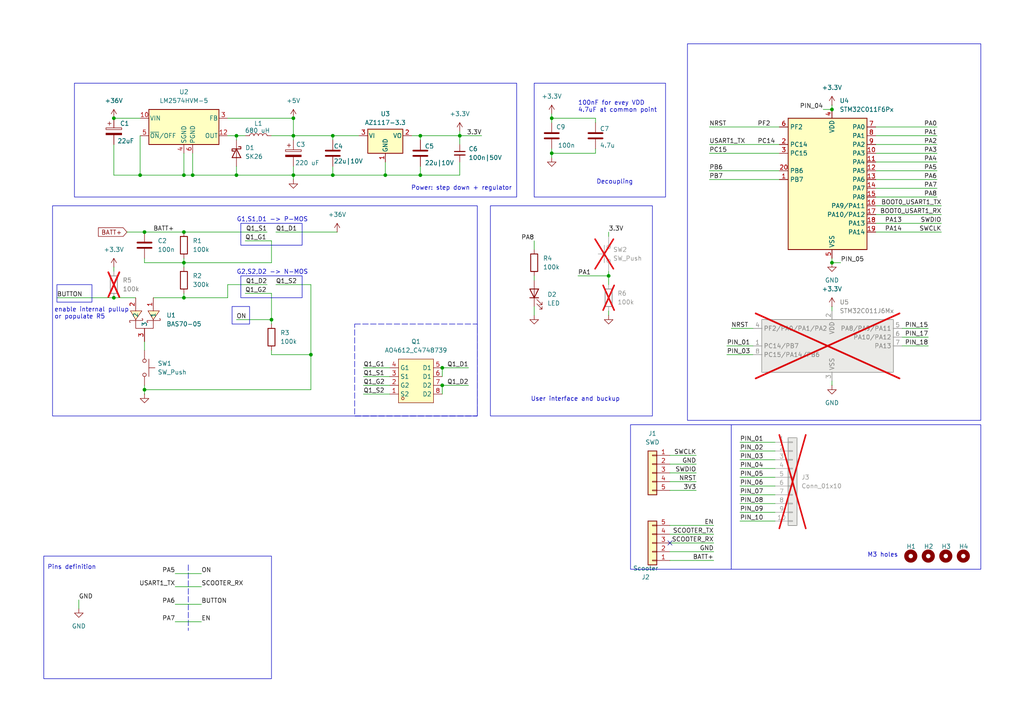
<source format=kicad_sch>
(kicad_sch (version 20250114) (generator "eeschema") (generator_version "9.0")
  (paper "A4")
  (lib_symbols
    (symbol "Connector_Generic:Conn_01x05" (pin_names (offset 1.016) (hide yes))
      (property "Reference" "J" (at 0 7.62 0))
      (property "Value" "Conn_01x05" (at 0 -7.62 0))
      (symbol "Conn_01x05_1_1"
        (rectangle (start -1.27 6.35) (end 1.27 -6.35) (stroke (width 0.254)) (fill (type background)))
        (rectangle (start -1.27 5.207) (end 0 4.953) (stroke (width 0.1524)))
        (rectangle (start -1.27 2.667) (end 0 2.413) (stroke (width 0.1524)))
        (rectangle (start -1.27 0.127) (end 0 -0.127) (stroke (width 0.1524)))
        (rectangle (start -1.27 -2.413) (end 0 -2.667) (stroke (width 0.1524)))
        (rectangle (start -1.27 -4.953) (end 0 -5.207) (stroke (width 0.1524)))
        (pin passive line (at -5.08 5.08 0) (length 3.81) (name "Pin_1") (number "1"))
        (pin passive line (at -5.08 2.54 0) (length 3.81) (name "Pin_2") (number "2"))
        (pin passive line (at -5.08 0 0) (length 3.81) (name "Pin_3") (number "3"))
        (pin passive line (at -5.08 -2.54 0) (length 3.81) (name "Pin_4") (number "4"))
        (pin passive line (at -5.08 -5.08 0) (length 3.81) (name "Pin_5") (number "5"))
      )
    )
    (symbol "Connector_Generic:Conn_01x10" (pin_names (offset 1.016) (hide yes))
      (property "Reference" "J" (at 0 12.7 0))
      (property "Value" "Conn_01x10" (at 0 -15.24 0))
      (symbol "Conn_01x10_1_1"
        (rectangle (start -1.27 11.43) (end 1.27 -13.97) (stroke (width 0.254)) (fill (type background)))
        (rectangle (start -1.27 10.287) (end 0 10.033) (stroke (width 0.1524)))
        (rectangle (start -1.27 7.747) (end 0 7.493) (stroke (width 0.1524)))
        (rectangle (start -1.27 5.207) (end 0 4.953) (stroke (width 0.1524)))
        (rectangle (start -1.27 2.667) (end 0 2.413) (stroke (width 0.1524)))
        (rectangle (start -1.27 0.127) (end 0 -0.127) (stroke (width 0.1524)))
        (rectangle (start -1.27 -2.413) (end 0 -2.667) (stroke (width 0.1524)))
        (rectangle (start -1.27 -4.953) (end 0 -5.207) (stroke (width 0.1524)))
        (rectangle (start -1.27 -7.493) (end 0 -7.747) (stroke (width 0.1524)))
        (rectangle (start -1.27 -10.033) (end 0 -10.287) (stroke (width 0.1524)))
        (rectangle (start -1.27 -12.573) (end 0 -12.827) (stroke (width 0.1524)))
        (pin passive line (at -5.08 10.16 0) (length 3.81) (name "Pin_1") (number "1"))
        (pin passive line (at -5.08 7.62 0) (length 3.81) (name "Pin_2") (number "2"))
        (pin passive line (at -5.08 5.08 0) (length 3.81) (name "Pin_3") (number "3"))
        (pin passive line (at -5.08 2.54 0) (length 3.81) (name "Pin_4") (number "4"))
        (pin passive line (at -5.08 0 0) (length 3.81) (name "Pin_5") (number "5"))
        (pin passive line (at -5.08 -2.54 0) (length 3.81) (name "Pin_6") (number "6"))
        (pin passive line (at -5.08 -5.08 0) (length 3.81) (name "Pin_7") (number "7"))
        (pin passive line (at -5.08 -7.62 0) (length 3.81) (name "Pin_8") (number "8"))
        (pin passive line (at -5.08 -10.16 0) (length 3.81) (name "Pin_9") (number "9"))
        (pin passive line (at -5.08 -12.7 0) (length 3.81) (name "Pin_10") (number "10"))
      )
    )
    (symbol "Device:C" (pin_numbers (hide yes)) (pin_names (offset 0.254))
      (property "Reference" "C" (at 0.635 2.54 0))
      (property "Value" "C" (at 0.635 -2.54 0))
      (symbol "C_0_1"
        (polyline (pts (xy -2.032 0.762) (xy 2.032 0.762)) (stroke (width 0.508)))
        (polyline (pts (xy -2.032 -0.762) (xy 2.032 -0.762)) (stroke (width 0.508)))
      )
      (symbol "C_1_1"
        (pin passive line (at 0 3.81 270) (length 2.794) (name "~") (number "1"))
        (pin passive line (at 0 -3.81 90) (length 2.794) (name "~") (number "2"))
      )
    )
    (symbol "Device:C_Polarized" (pin_numbers (hide yes)) (pin_names (offset 0.254))
      (property "Reference" "C" (at 0.635 2.54 0))
      (property "Value" "C_Polarized" (at 0.635 -2.54 0))
      (symbol "C_Polarized_0_1"
        (rectangle (start -2.286 0.508) (end 2.286 1.016))
        (polyline (pts (xy -1.778 2.286) (xy -0.762 2.286)))
        (polyline (pts (xy -1.27 2.794) (xy -1.27 1.778)))
        (rectangle (start 2.286 -0.508) (end -2.286 -1.016) (fill (type outline)))
      )
      (symbol "C_Polarized_1_1"
        (pin passive line (at 0 3.81 270) (length 2.794) (name "~") (number "1"))
        (pin passive line (at 0 -3.81 90) (length 2.794) (name "~") (number "2"))
      )
    )
    (symbol "Device:C_Small" (pin_numbers (hide yes)) (pin_names (offset 0.254) (hide yes))
      (property "Reference" "C" (at 0.254 1.778 0))
      (property "Value" "C_Small" (at 0.254 -2.032 0))
      (symbol "C_Small_0_1"
        (polyline (pts (xy -1.524 0.508) (xy 1.524 0.508)) (stroke (width 0.3048)))
        (polyline (pts (xy -1.524 -0.508) (xy 1.524 -0.508)) (stroke (width 0.3302)))
      )
      (symbol "C_Small_1_1"
        (pin passive line (at 0 2.54 270) (length 2.032) (name "~") (number "1"))
        (pin passive line (at 0 -2.54 90) (length 2.032) (name "~") (number "2"))
      )
    )
    (symbol "Device:D_Schottky" (pin_numbers (hide yes)) (pin_names (offset 1.016) (hide yes))
      (property "Reference" "D" (at 0 2.54 0))
      (property "Value" "D_Schottky" (at 0 -2.54 0))
      (symbol "D_Schottky_0_1"
        (polyline (pts (xy -1.905 0.635) (xy -1.905 1.27) (xy -1.27 1.27) (xy -1.27 -1.27) (xy -0.635 -1.27) (xy -0.635 -0.635)) (stroke (width 0.254)))
        (polyline (pts (xy 1.27 1.27) (xy 1.27 -1.27) (xy -1.27 0) (xy 1.27 1.27)) (stroke (width 0.254)))
        (polyline (pts (xy 1.27 0) (xy -1.27 0)))
      )
      (symbol "D_Schottky_1_1"
        (pin passive line (at -3.81 0 0) (length 2.54) (name "K") (number "1"))
        (pin passive line (at 3.81 0 180) (length 2.54) (name "A") (number "2"))
      )
    )
    (symbol "Device:L" (pin_numbers (hide yes)) (pin_names (offset 1.016) (hide yes))
      (property "Reference" "L" (at -1.27 0 90))
      (property "Value" "L" (at 1.905 0 90))
      (symbol "L_0_1"
        (arc (start 0 2.54) (mid 0.6323 1.905) (end 0 1.27))
        (arc (start 0 1.27) (mid 0.6323 0.635) (end 0 0))
        (arc (start 0 0) (mid 0.6323 -0.635) (end 0 -1.27))
        (arc (start 0 -1.27) (mid 0.6323 -1.905) (end 0 -2.54))
      )
      (symbol "L_1_1"
        (pin passive line (at 0 3.81 270) (length 1.27) (name "1") (number "1"))
        (pin passive line (at 0 -3.81 90) (length 1.27) (name "2") (number "2"))
      )
    )
    (symbol "Device:LED" (pin_numbers (hide yes)) (pin_names (offset 1.016) (hide yes))
      (property "Reference" "D" (at 0 2.54 0))
      (property "Value" "LED" (at 0 -2.54 0))
      (symbol "LED_0_1"
        (polyline (pts (xy -3.048 -0.762) (xy -4.572 -2.286) (xy -3.81 -2.286) (xy -4.572 -2.286) (xy -4.572 -1.524)))
        (polyline (pts (xy -1.778 -0.762) (xy -3.302 -2.286) (xy -2.54 -2.286) (xy -3.302 -2.286) (xy -3.302 -1.524)))
        (polyline (pts (xy -1.27 0) (xy 1.27 0)))
        (polyline (pts (xy -1.27 -1.27) (xy -1.27 1.27)) (stroke (width 0.254)))
        (polyline (pts (xy 1.27 -1.27) (xy 1.27 1.27) (xy -1.27 0) (xy 1.27 -1.27)) (stroke (width 0.254)))
      )
      (symbol "LED_1_1"
        (pin passive line (at -3.81 0 0) (length 2.54) (name "K") (number "1"))
        (pin passive line (at 3.81 0 180) (length 2.54) (name "A") (number "2"))
      )
    )
    (symbol "Device:R" (pin_numbers (hide yes)) (pin_names (offset 0))
      (property "Reference" "R" (at 2.032 0 90))
      (property "Value" "R" (at 0 0 90))
      (symbol "R_0_1"
        (rectangle (start -1.016 -2.54) (end 1.016 2.54) (stroke (width 0.254)))
      )
      (symbol "R_1_1"
        (pin passive line (at 0 3.81 270) (length 1.27) (name "~") (number "1"))
        (pin passive line (at 0 -3.81 90) (length 1.27) (name "~") (number "2"))
      )
    )
    (symbol "MCU_ST_STM32C0:STM32C011F6Px"
      (property "Reference" "U" (at -10.16 21.59 0))
      (property "Value" "STM32C011F6Px" (at 5.08 21.59 0))
      (symbol "STM32C011F6Px_0_1"
        (rectangle (start -10.16 -17.78) (end 12.7 20.32) (stroke (width 0.254)) (fill (type background)))
      )
      (symbol "STM32C011F6Px_1_1"
        (pin bidirectional line (at -12.7 17.78 0) (length 2.54) (name "PF2") (number "6"))
        (pin bidirectional line (at -12.7 12.7 0) (length 2.54) (name "PC14") (number "2"))
        (pin bidirectional line (at -12.7 10.16 0) (length 2.54) (name "PC15") (number "3"))
        (pin bidirectional line (at -12.7 5.08 0) (length 2.54) (name "PB6") (number "20"))
        (pin bidirectional line (at -12.7 2.54 0) (length 2.54) (name "PB7") (number "1"))
        (pin power_in line (at 2.54 22.86 270) (length 2.54) (name "VDD") (number "4"))
        (pin power_in line (at 2.54 -20.32 90) (length 2.54) (name "VSS") (number "5"))
        (pin bidirectional line (at 15.24 17.78 180) (length 2.54) (name "PA0") (number "7"))
        (pin bidirectional line (at 15.24 15.24 180) (length 2.54) (name "PA1") (number "8"))
        (pin bidirectional line (at 15.24 12.7 180) (length 2.54) (name "PA2") (number "9"))
        (pin bidirectional line (at 15.24 10.16 180) (length 2.54) (name "PA3") (number "10"))
        (pin bidirectional line (at 15.24 7.62 180) (length 2.54) (name "PA4") (number "11"))
        (pin bidirectional line (at 15.24 5.08 180) (length 2.54) (name "PA5") (number "12"))
        (pin bidirectional line (at 15.24 2.54 180) (length 2.54) (name "PA6") (number "13"))
        (pin bidirectional line (at 15.24 0 180) (length 2.54) (name "PA7") (number "14"))
        (pin bidirectional line (at 15.24 -2.54 180) (length 2.54) (name "PA8") (number "15"))
        (pin bidirectional line (at 15.24 -5.08 180) (length 2.54) (name "PA9/PA11") (number "16"))
        (pin bidirectional line (at 15.24 -7.62 180) (length 2.54) (name "PA10/PA12") (number "17"))
        (pin bidirectional line (at 15.24 -10.16 180) (length 2.54) (name "PA13") (number "18"))
        (pin bidirectional line (at 15.24 -12.7 180) (length 2.54) (name "PA14") (number "19"))
      )
    )
    (symbol "MCU_ST_STM32C0:STM32C011J6Mx"
      (property "Reference" "U" (at -17.78 8.89 0))
      (property "Value" "STM32C011J6Mx" (at 5.08 8.89 0))
      (symbol "STM32C011J6Mx_0_1"
        (rectangle (start -17.78 -7.62) (end 20.32 7.62) (stroke (width 0.254)) (fill (type background)))
      )
      (symbol "STM32C011J6Mx_1_1"
        (pin bidirectional line (at -20.32 5.08 0) (length 2.54) (name "PF2/PA0/PA1/PA2") (number "4"))
        (pin bidirectional line (at -20.32 0 0) (length 2.54) (name "PC14/PB7") (number "1"))
        (pin bidirectional line (at -20.32 -2.54 0) (length 2.54) (name "PC15/PA14/PB6") (number "8"))
        (pin power_in line (at 2.54 10.16 270) (length 2.54) (name "VDD") (number "2"))
        (pin power_in line (at 2.54 -10.16 90) (length 2.54) (name "VSS") (number "3"))
        (pin bidirectional line (at 22.86 5.08 180) (length 2.54) (name "PA8/PA9/PA11") (number "5"))
        (pin bidirectional line (at 22.86 2.54 180) (length 2.54) (name "PA10/PA12") (number "6"))
        (pin bidirectional line (at 22.86 0 180) (length 2.54) (name "PA13") (number "7"))
      )
    )
    (symbol "Mechanical:MountingHole" (pin_names (offset 1.016)) (exclude_from_sim yes) (in_bom no)
      (property "Reference" "H" (at 0 5.08 0))
      (property "Value" "MountingHole" (at 0 3.175 0))
      (symbol "MountingHole_0_1"
        (circle (center 0 0) (radius 1.27) (stroke (width 1.27)))
      )
    )
    (symbol "Regulator_Linear:AZ1117-3.3" (pin_names (offset 0.254))
      (property "Reference" "U" (at -3.81 3.175 0))
      (property "Value" "AZ1117-3.3" (at 0 3.175 0))
      (symbol "AZ1117-3.3_0_1"
        (rectangle (start -5.08 1.905) (end 5.08 -5.08) (stroke (width 0.254)) (fill (type background)))
      )
      (symbol "AZ1117-3.3_1_1"
        (pin power_in line (at -7.62 0 0) (length 2.54) (name "VI") (number "3"))
        (pin power_in line (at 0 -7.62 90) (length 2.54) (name "GND") (number "1"))
        (pin power_out line (at 7.62 0 180) (length 2.54) (name "VO") (number "2"))
      )
    )
    (symbol "Regulator_Switching:LM2574HVM-5" (pin_names (offset 0.254))
      (property "Reference" "U" (at -10.16 6.35 0))
      (property "Value" "LM2574HVM-5" (at -5.08 6.35 0))
      (symbol "LM2574HVM-5_0_1"
        (rectangle (start -10.16 5.08) (end 10.16 -5.08) (stroke (width 0.254)) (fill (type background)))
      )
      (symbol "LM2574HVM-5_1_1"
        (pin power_in line (at -12.7 2.54 0) (length 2.54) (name "VIN") (number "10"))
        (pin input line (at -12.7 -2.54 0) (length 2.54) (name "~{ON}/OFF") (number "5"))
        (pin power_in line (at 0 -7.62 90) (length 2.54) (name "SGND") (number "4"))
        (pin power_in line (at 2.54 -7.62 90) (length 2.54) (name "PGND") (number "6"))
        (pin input line (at 12.7 2.54 180) (length 2.54) (name "FB") (number "3"))
        (pin output line (at 12.7 -2.54 180) (length 2.54) (name "OUT") (number "12"))
      )
    )
    (symbol "Switch:SW_Push" (pin_numbers (hide yes)) (pin_names (offset 1.016) (hide yes))
      (property "Reference" "SW" (at 1.27 2.54 0))
      (property "Value" "SW_Push" (at 0 -1.524 0))
      (symbol "SW_Push_0_1"
        (circle (center -2.032 0) (radius 0.508))
        (polyline (pts (xy 0 1.27) (xy 0 3.048)))
        (circle (center 2.032 0) (radius 0.508))
        (polyline (pts (xy 2.54 1.27) (xy -2.54 1.27)))
        (pin passive line (at -5.08 0 0) (length 2.54) (name "1") (number "1"))
        (pin passive line (at 5.08 0 180) (length 2.54) (name "2") (number "2"))
      )
    )
    (symbol "easyeda2kicad:AO4612_C4748739"
      (property "Reference" "Q" (at 0 10.16 0))
      (property "Value" "AO4612_C4748739" (at 0 -7.62 0))
      (symbol "AO4612_C4748739_0_1"
        (rectangle (start -5.08 7.62) (end 5.08 -5.08) (fill (type background)))
        (circle (center -3.81 6.35) (radius 0.38))
        (pin unspecified line (at -7.62 5.08 0) (length 2.54) (name "S2") (number "1"))
        (pin unspecified line (at -7.62 2.54 0) (length 2.54) (name "G2") (number "2"))
        (pin unspecified line (at -7.62 0 0) (length 2.54) (name "S1") (number "3"))
        (pin unspecified line (at -7.62 -2.54 0) (length 2.54) (name "G1") (number "4"))
        (pin unspecified line (at 7.62 5.08 180) (length 2.54) (name "D2") (number "8"))
        (pin unspecified line (at 7.62 2.54 180) (length 2.54) (name "D2") (number "7"))
        (pin unspecified line (at 7.62 0 180) (length 2.54) (name "D1") (number "6"))
        (pin unspecified line (at 7.62 -2.54 180) (length 2.54) (name "D1") (number "5"))
      )
    )
    (symbol "easyeda2kicad:BAS70-05_C7461133"
      (property "Reference" "U" (at 0 10.16 0))
      (property "Value" "BAS70-05_C7461133" (at 0 -12.7 0))
      (symbol "BAS70-05_C7461133_0_1"
        (polyline (pts (xy -1.02 -0.51) (xy -0.76 -0.51) (xy -0.76 -1.02) (xy -4.57 -1.02) (xy -4.57 -1.52) (xy -4.32 -1.52)))
        (polyline (pts (xy -1.02 -3.81) (xy -2.54 -1.27) (xy -4.32 -3.81) (xy -1.02 -3.81)) (fill (type background)))
        (polyline (pts (xy 2.54 -1.27) (xy 2.54 1.27) (xy -2.54 1.27) (xy -2.54 -1.27)))
        (polyline (pts (xy 4.06 -0.51) (xy 4.32 -0.51) (xy 4.32 -1.02) (xy 0.51 -1.02) (xy 0.51 -1.52) (xy 0.76 -1.52)))
        (polyline (pts (xy 4.06 -3.81) (xy 2.54 -1.27) (xy 0.76 -3.81) (xy 4.06 -3.81)) (fill (type background)))
        (pin unspecified line (at -2.54 -7.62 90) (length 3.81) (name "1") (number "1"))
        (pin unspecified line (at 0 5.08 270) (length 3.81) (name "3") (number "3"))
        (pin unspecified line (at 2.54 -7.62 90) (length 3.81) (name "2") (number "2"))
      )
    )
    (symbol "power:+3.3V" (power) (pin_numbers (hide yes)) (pin_names (offset 0) (hide yes))
      (property "Value" "+3.3V" (at 0 3.556 0))
      (symbol "+3.3V_0_1"
        (polyline (pts (xy -0.762 1.27) (xy 0 2.54)))
        (polyline (pts (xy 0 2.54) (xy 0.762 1.27)))
        (polyline (pts (xy 0 0) (xy 0 2.54)))
      )
      (symbol "+3.3V_1_1"
        (pin power_in line (at 0 0 90) (length 0) (name "~") (number "1"))
      )
    )
    (symbol "power:+36V" (power) (pin_numbers (hide yes)) (pin_names (offset 0) (hide yes))
      (property "Value" "+36V" (at 0 3.556 0))
      (symbol "+36V_0_1"
        (polyline (pts (xy -0.762 1.27) (xy 0 2.54)))
        (polyline (pts (xy 0 2.54) (xy 0.762 1.27)))
        (polyline (pts (xy 0 0) (xy 0 2.54)))
      )
      (symbol "+36V_1_1"
        (pin power_in line (at 0 0 90) (length 0) (name "~") (number "1"))
      )
    )
    (symbol "power:+5V" (power) (pin_numbers (hide yes)) (pin_names (offset 0) (hide yes))
      (property "Value" "+5V" (at 0 3.556 0))
      (symbol "+5V_0_1"
        (polyline (pts (xy -0.762 1.27) (xy 0 2.54)))
        (polyline (pts (xy 0 2.54) (xy 0.762 1.27)))
        (polyline (pts (xy 0 0) (xy 0 2.54)))
      )
      (symbol "+5V_1_1"
        (pin power_in line (at 0 0 90) (length 0) (name "~") (number "1"))
      )
    )
    (symbol "power:GND" (power) (pin_numbers (hide yes)) (pin_names (offset 0) (hide yes))
      (property "Value" "GND" (at 0 -3.81 0))
      (symbol "GND_0_1"
        (polyline (pts (xy 0 0) (xy 0 -1.27) (xy 1.27 -1.27) (xy 0 -2.54) (xy -1.27 -1.27) (xy 0 -1.27)))
      )
      (symbol "GND_1_1"
        (pin power_in line (at 0 0 270) (length 0) (name "~") (number "1"))
      )
    )
  )
  (rectangle (start 142.24 59.69) (end 189.23 120.65))
  (rectangle (start 12.7 161.29) (end 78.74 196.85))
  (rectangle (start 154.94 24.13) (end 193.04 57.15))
  (rectangle (start 69.85 64.77) (end 87.63 71.12))
  (rectangle (start 16.51 82.55) (end 26.67 87.63))
  (rectangle (start 15.24 59.69) (end 138.43 120.65))
  (rectangle (start 21.59 24.13) (end 149.86 57.15))
  (rectangle (start 199.39 12.7) (end 284.48 121.92))
  (rectangle (start 102.87 93.98) (end 138.43 120.65) (stroke (width 0) (type dash)))
  (rectangle (start 67.31 88.9) (end 72.39 93.98))
  (rectangle (start 182.88 123.19) (end 284.48 165.1))
  (rectangle (start 69.85 80.01) (end 87.63 86.36))
  (text "G2,S2,D2 -> N-MOS" (at 78.994 78.994 0) (effects (font (size 1.27 1.27))))
  (text "100nF for evey VDD\n4.7uF at common point" (at 167.64 30.988 0) (effects (font (size 1.27 1.27)) (justify left)))
  (text "M3 holes" (at 256.032 161.036 0) (effects (font (size 1.27 1.27))))
  (text "Pins definition" (at 20.828 164.592 0) (effects (font (size 1.27 1.27))))
  (text "Decoupling" (at 178.308 52.832 0) (effects (font (size 1.27 1.27))))
  (text "G1,S1,D1 -> P-MOS" (at 78.994 63.754 0) (effects (font (size 1.27 1.27))))
  (text "User interface and buckup" (at 153.924 115.824 0) (effects (font (size 1.27 1.27)) (justify left)))
  (text "Power: step down + regulator" (at 133.858 54.61 0) (effects (font (size 1.27 1.27))))
  (text "enable internal pullup\nor populate R5" (at 15.748 90.932 0) (effects (font (size 1.27 1.27)) (justify left)))
  (junction (at 241.3 31.75))
  (junction (at 68.58 50.8))
  (junction (at 41.91 113.03))
  (junction (at 111.76 50.8))
  (junction (at 85.09 50.8))
  (junction (at 85.09 39.37))
  (junction (at 40.64 50.8))
  (junction (at 121.92 39.37))
  (junction (at 128.27 106.68))
  (junction (at 33.02 86.36))
  (junction (at 53.34 86.36))
  (junction (at 241.3 76.2))
  (junction (at 96.52 39.37))
  (junction (at 53.34 76.2))
  (junction (at 53.34 67.31))
  (junction (at 68.58 39.37))
  (junction (at 133.35 39.37))
  (junction (at 160.02 44.45))
  (junction (at 33.02 34.29))
  (junction (at 78.74 92.71))
  (junction (at 96.52 50.8))
  (junction (at 55.88 50.8))
  (junction (at 85.09 34.29))
  (junction (at 41.91 67.31))
  (junction (at 128.27 111.76))
  (junction (at 90.17 102.87))
  (junction (at 176.53 80.01))
  (junction (at 160.02 34.29))
  (junction (at 53.34 50.8))
  (junction (at 121.92 50.8))
  (no_connect (at 194.31 157.48))
  (wire (pts (xy 50.8 175.26) (xy 58.42 175.26)))
  (wire (pts (xy 176.53 80.01) (xy 176.53 82.55)))
  (wire (pts (xy 160.02 34.29) (xy 160.02 35.56)))
  (wire (pts (xy 238.76 31.75) (xy 241.3 31.75)))
  (wire (pts (xy 41.91 67.31) (xy 53.34 67.31)))
  (wire (pts (xy 194.31 132.08) (xy 201.93 132.08)))
  (wire (pts (xy 128.27 111.76) (xy 135.89 111.76)))
  (wire (pts (xy 105.41 114.3) (xy 113.03 114.3)))
  (wire (pts (xy 241.3 30.48) (xy 241.3 31.75)))
  (wire (pts (xy 254 46.99) (xy 271.78 46.99)))
  (wire (pts (xy 78.74 69.85) (xy 78.74 76.2)))
  (wire (pts (xy 254 39.37) (xy 271.78 39.37)))
  (wire (pts (xy 66.04 82.55) (xy 66.04 86.36)))
  (wire (pts (xy 85.09 40.64) (xy 85.09 39.37)))
  (wire (pts (xy 68.58 92.71) (xy 78.74 92.71)))
  (wire (pts (xy 241.3 74.93) (xy 241.3 76.2)))
  (wire (pts (xy 90.17 102.87) (xy 90.17 113.03)))
  (wire (pts (xy 128.27 111.76) (xy 128.27 114.3)))
  (wire (pts (xy 41.91 113.03) (xy 41.91 114.3)))
  (wire (pts (xy 212.09 95.25) (xy 218.44 95.25)))
  (wire (pts (xy 254 67.31) (xy 273.05 67.31)))
  (wire (pts (xy 160.02 33.02) (xy 160.02 34.29)))
  (wire (pts (xy 194.31 162.56) (xy 207.01 162.56)))
  (wire (pts (xy 96.52 50.8) (xy 85.09 50.8)))
  (wire (pts (xy 214.63 128.27) (xy 224.79 128.27)))
  (wire (pts (xy 254 44.45) (xy 271.78 44.45)))
  (wire (pts (xy 254 64.77) (xy 273.05 64.77)))
  (wire (pts (xy 214.63 130.81) (xy 224.79 130.81)))
  (wire (pts (xy 90.17 82.55) (xy 80.01 82.55)))
  (wire (pts (xy 68.58 39.37) (xy 71.12 39.37)))
  (wire (pts (xy 205.74 36.83) (xy 226.06 36.83)))
  (wire (pts (xy 254 57.15) (xy 271.78 57.15)))
  (wire (pts (xy 121.92 48.26) (xy 121.92 50.8)))
  (wire (pts (xy 254 59.69) (xy 273.05 59.69)))
  (wire (pts (xy 121.92 39.37) (xy 121.92 40.64)))
  (wire (pts (xy 85.09 50.8) (xy 68.58 50.8)))
  (wire (pts (xy 41.91 76.2) (xy 53.34 76.2)))
  (wire (pts (xy 224.79 146.05) (xy 214.63 146.05)))
  (wire (pts (xy 66.04 34.29) (xy 85.09 34.29)))
  (wire (pts (xy 78.74 39.37) (xy 85.09 39.37)))
  (wire (pts (xy 176.53 78.74) (xy 176.53 80.01)))
  (wire (pts (xy 50.8 180.34) (xy 58.42 180.34)))
  (wire (pts (xy 194.31 154.94) (xy 207.01 154.94)))
  (wire (pts (xy 71.12 85.09) (xy 78.74 85.09)))
  (wire (pts (xy 96.52 39.37) (xy 104.14 39.37)))
  (wire (pts (xy 205.74 52.07) (xy 226.06 52.07)))
  (wire (pts (xy 254 41.91) (xy 271.78 41.91)))
  (wire (pts (xy 96.52 39.37) (xy 96.52 40.64)))
  (wire (pts (xy 119.38 39.37) (xy 121.92 39.37)))
  (wire (pts (xy 121.92 50.8) (xy 133.35 50.8)))
  (wire (pts (xy 176.53 67.31) (xy 176.53 68.58)))
  (wire (pts (xy 33.02 50.8) (xy 40.64 50.8)))
  (wire (pts (xy 85.09 39.37) (xy 96.52 39.37)))
  (wire (pts (xy 154.94 80.01) (xy 154.94 81.28)))
  (wire (pts (xy 85.09 34.29) (xy 85.09 39.37)))
  (wire (pts (xy 133.35 39.37) (xy 133.35 41.91)))
  (wire (pts (xy 194.31 152.4) (xy 207.01 152.4)))
  (wire (pts (xy 41.91 111.76) (xy 41.91 113.03)))
  (wire (pts (xy 40.64 50.8) (xy 53.34 50.8)))
  (wire (pts (xy 71.12 69.85) (xy 78.74 69.85)))
  (wire (pts (xy 105.41 111.76) (xy 113.03 111.76)))
  (wire (pts (xy 96.52 48.26) (xy 96.52 50.8)))
  (wire (pts (xy 214.63 138.43) (xy 224.79 138.43)))
  (wire (pts (xy 16.51 86.36) (xy 33.02 86.36)))
  (wire (pts (xy 128.27 106.68) (xy 128.27 109.22)))
  (wire (pts (xy 194.31 139.7) (xy 201.93 139.7)))
  (wire (pts (xy 261.62 100.33) (xy 269.24 100.33)))
  (wire (pts (xy 41.91 99.06) (xy 41.91 101.6)))
  (wire (pts (xy 133.35 46.99) (xy 133.35 50.8)))
  (wire (pts (xy 160.02 44.45) (xy 160.02 45.72)))
  (wire (pts (xy 53.34 67.31) (xy 77.47 67.31)))
  (wire (pts (xy 53.34 76.2) (xy 53.34 77.47)))
  (wire (pts (xy 214.63 140.97) (xy 224.79 140.97)))
  (wire (pts (xy 167.64 80.01) (xy 176.53 80.01)))
  (wire (pts (xy 78.74 76.2) (xy 53.34 76.2)))
  (wire (pts (xy 41.91 113.03) (xy 90.17 113.03)))
  (wire (pts (xy 55.88 50.8) (xy 68.58 50.8)))
  (wire (pts (xy 205.74 41.91) (xy 226.06 41.91)))
  (wire (pts (xy 224.79 148.59) (xy 214.63 148.59)))
  (wire (pts (xy 85.09 52.07) (xy 85.09 50.8)))
  (wire (pts (xy 121.92 39.37) (xy 133.35 39.37)))
  (wire (pts (xy 241.3 88.9) (xy 241.3 90.17)))
  (wire (pts (xy 128.27 106.68) (xy 135.89 106.68)))
  (wire (pts (xy 111.76 46.99) (xy 111.76 50.8)))
  (wire (pts (xy 254 49.53) (xy 271.78 49.53)))
  (wire (pts (xy 53.34 50.8) (xy 55.88 50.8)))
  (wire (pts (xy 261.62 95.25) (xy 269.24 95.25)))
  (wire (pts (xy 36.83 67.31) (xy 41.91 67.31)))
  (wire (pts (xy 78.74 101.6) (xy 78.74 102.87)))
  (wire (pts (xy 96.52 50.8) (xy 111.76 50.8)))
  (wire (pts (xy 133.35 39.37) (xy 139.7 39.37)))
  (wire (pts (xy 254 52.07) (xy 271.78 52.07)))
  (wire (pts (xy 154.94 88.9) (xy 154.94 91.44)))
  (wire (pts (xy 194.31 157.48) (xy 207.01 157.48)))
  (wire (pts (xy 172.72 43.18) (xy 172.72 44.45)))
  (wire (pts (xy 50.8 166.37) (xy 58.42 166.37)))
  (wire (pts (xy 176.53 90.17) (xy 176.53 91.44)))
  (wire (pts (xy 241.3 110.49) (xy 241.3 111.76)))
  (wire (pts (xy 55.88 44.45) (xy 55.88 50.8)))
  (wire (pts (xy 261.62 97.79) (xy 269.24 97.79)))
  (wire (pts (xy 133.35 38.1) (xy 133.35 39.37)))
  (wire (pts (xy 40.64 39.37) (xy 40.64 50.8)))
  (wire (pts (xy 214.63 133.35) (xy 224.79 133.35)))
  (wire (pts (xy 194.31 142.24) (xy 201.93 142.24)))
  (wire (pts (xy 254 36.83) (xy 271.78 36.83)))
  (wire (pts (xy 205.74 49.53) (xy 226.06 49.53)))
  (wire (pts (xy 224.79 143.51) (xy 214.63 143.51)))
  (wire (pts (xy 210.82 100.33) (xy 218.44 100.33)))
  (wire (pts (xy 33.02 77.47) (xy 33.02 78.74)))
  (wire (pts (xy 53.34 44.45) (xy 53.34 50.8)))
  (wire (pts (xy 241.3 76.2) (xy 243.84 76.2)))
  (wire (pts (xy 111.76 50.8) (xy 121.92 50.8)))
  (wire (pts (xy 50.8 170.18) (xy 58.42 170.18)))
  (wire (pts (xy 22.86 173.99) (xy 22.86 176.53)))
  (wire (pts (xy 194.31 160.02) (xy 207.01 160.02)))
  (wire (pts (xy 105.41 109.22) (xy 113.03 109.22)))
  (wire (pts (xy 214.63 135.89) (xy 224.79 135.89)))
  (wire (pts (xy 53.34 86.36) (xy 53.34 85.09)))
  (wire (pts (xy 194.31 137.16) (xy 201.93 137.16)))
  (wire (pts (xy 90.17 102.87) (xy 90.17 82.55)))
  (wire (pts (xy 105.41 106.68) (xy 113.03 106.68)))
  (wire (pts (xy 160.02 43.18) (xy 160.02 44.45)))
  (wire (pts (xy 85.09 50.8) (xy 85.09 48.26)))
  (polyline (pts (xy 212.09 123.19) (xy 212.09 165.1)))
  (wire (pts (xy 154.94 69.85) (xy 154.94 72.39)))
  (wire (pts (xy 68.58 48.26) (xy 68.58 50.8)))
  (wire (pts (xy 254 54.61) (xy 271.78 54.61)))
  (wire (pts (xy 68.58 40.64) (xy 68.58 39.37)))
  (polyline (pts (xy 54.61 163.83) (xy 54.61 182.88)) (stroke (width 0) (type dash)))
  (wire (pts (xy 160.02 44.45) (xy 172.72 44.45)))
  (wire (pts (xy 66.04 39.37) (xy 68.58 39.37)))
  (wire (pts (xy 80.01 67.31) (xy 97.79 67.31)))
  (wire (pts (xy 33.02 41.91) (xy 33.02 50.8)))
  (wire (pts (xy 78.74 92.71) (xy 78.74 93.98)))
  (wire (pts (xy 172.72 34.29) (xy 160.02 34.29)))
  (wire (pts (xy 194.31 134.62) (xy 201.93 134.62)))
  (wire (pts (xy 33.02 34.29) (xy 40.64 34.29)))
  (wire (pts (xy 66.04 86.36) (xy 53.34 86.36)))
  (wire (pts (xy 78.74 102.87) (xy 90.17 102.87)))
  (wire (pts (xy 44.45 86.36) (xy 53.34 86.36)))
  (wire (pts (xy 224.79 151.13) (xy 214.63 151.13)))
  (wire (pts (xy 254 62.23) (xy 273.05 62.23)))
  (wire (pts (xy 210.82 102.87) (xy 218.44 102.87)))
  (wire (pts (xy 53.34 74.93) (xy 53.34 76.2)))
  (wire (pts (xy 205.74 44.45) (xy 226.06 44.45)))
  (wire (pts (xy 77.47 82.55) (xy 66.04 82.55)))
  (wire (pts (xy 172.72 35.56) (xy 172.72 34.29)))
  (wire (pts (xy 33.02 86.36) (xy 39.37 86.36)))
  (wire (pts (xy 41.91 76.2) (xy 41.91 74.93)))
  (wire (pts (xy 78.74 85.09) (xy 78.74 92.71)))
  (label "Q1_S1" (at 105.41 109.22 0))
  (label "PA6" (at 50.8 175.26 180))
  (label "BUTTON" (at 58.42 175.26 0))
  (label "Q1_G1" (at 71.12 69.85 0))
  (label "Q1_D1" (at 80.01 67.31 0))
  (label "PA0" (at 271.78 36.83 180))
  (label "PIN_06" (at 214.63 140.97 0))
  (label "Q1_D2" (at 77.47 82.55 180))
  (label "PIN_05" (at 214.63 138.43 0))
  (label "PA8" (at 271.78 57.15 180))
  (label "PIN_09" (at 214.63 148.59 0))
  (label "Q1_G2" (at 71.12 85.09 0))
  (label "PF2" (at 219.71 36.83 0))
  (label "SWDIO" (at 273.05 64.77 180))
  (label "BOOT0_USART1_RX" (at 273.05 62.23 180))
  (label "PIN_01" (at 214.63 128.27 0))
  (label "PIN_03" (at 214.63 133.35 0))
  (label "SCOOTER_TX" (at 207.01 154.94 180))
  (label "Q1_S2" (at 105.41 114.3 0))
  (label "NRST" (at 201.93 139.7 180))
  (label "PIN_01" (at 210.82 100.33 0))
  (label "GND" (at 201.93 134.62 180))
  (label "Q1_S2" (at 80.01 82.55 0))
  (label "Q1_G2" (at 105.41 111.76 0))
  (label "3V3" (at 201.93 142.24 180))
  (label "SWCLK" (at 201.93 132.08 180))
  (label "PIN_18" (at 269.24 100.33 180))
  (label "PIN_03" (at 210.82 102.87 0))
  (label "PB6" (at 205.74 49.53 0))
  (label "PA5" (at 50.8 166.37 180))
  (label "PA7" (at 50.8 180.34 180))
  (label "BATT+" (at 207.01 162.56 180))
  (label "PA7" (at 271.78 54.61 180))
  (label "PIN_04" (at 238.76 31.75 180))
  (label "BUTTON" (at 16.51 86.36 0))
  (label "PA3" (at 271.78 44.45 180))
  (label "PIN_05" (at 243.84 76.2 0))
  (label "EN" (at 58.42 180.34 0))
  (label "PA1" (at 271.78 39.37 180))
  (label "PIN_10" (at 214.63 151.13 0))
  (label "NRST" (at 212.09 95.25 0))
  (label "Q1_S1" (at 77.47 67.31 180))
  (label "BOOT0_USART1_TX" (at 273.05 59.69 180))
  (label "SWDIO" (at 201.93 137.16 180))
  (label "GND" (at 22.86 173.99 0))
  (label "GND" (at 207.01 160.02 180))
  (label "PIN_08" (at 214.63 146.05 0))
  (label "PIN_04" (at 214.63 135.89 0))
  (label "NRST" (at 205.74 36.83 0))
  (label "PC15" (at 205.74 44.45 0))
  (label "PIN_07" (at 214.63 143.51 0))
  (label "3.3V" (at 139.7 39.37 180))
  (label "PA2" (at 271.78 41.91 180))
  (label "USART1_TX" (at 50.8 170.18 180))
  (label "USART1_TX" (at 205.74 41.91 0))
  (label "PC14" (at 219.71 41.91 0))
  (label "PA1" (at 167.64 80.01 0))
  (label "Q1_D1" (at 135.89 106.68 180))
  (label "ON" (at 68.58 92.71 0))
  (label "PA13" (at 261.62 64.77 180))
  (label "SWCLK" (at 273.05 67.31 180))
  (label "PA6" (at 271.78 52.07 180))
  (label "PA4" (at 271.78 46.99 180))
  (label "SCOOTER_RX" (at 207.01 157.48 180))
  (label "PB7" (at 205.74 52.07 0))
  (label "ON" (at 58.42 166.37 0))
  (label "Q1_G1" (at 105.41 106.68 0))
  (label "BATT+" (at 44.45 67.31 0))
  (label "PIN_02" (at 214.63 130.81 0))
  (label "SCOOTER_RX" (at 58.42 170.18 0))
  (label "PA5" (at 271.78 49.53 180))
  (label "Q1_D2" (at 135.89 111.76 180))
  (label "3.3V" (at 176.53 67.31 0))
  (label "PA8" (at 154.94 69.85 180))
  (label "EN" (at 207.01 152.4 180))
  (label "PA14" (at 261.62 67.31 180))
  (label "PIN_15" (at 269.24 95.25 180))
  (label "PIN_17" (at 269.24 97.79 180))
  (global_label "BATT+" (shape input) (at 36.83 67.31 180) (property "Intersheetrefs" "${INTERSHEET_REFS}" (effects (hide yes))))
  (symbol (lib_id "Device:C") (at 121.92 44.45 0) (unit 1)
    (property "Reference" "C5" (at 123.19 42.418 0) (effects (justify left)))
    (property "Value" "22u|10V" (at 123.19 47.244 0) (effects (justify left)))
    (property "Footprint" "Capacitor_SMD:C_0805_2012Metric_Pad1.18x1.45mm_HandSolder" (effects (hide yes)))
    (property "Description" "Unpolarized capacitor" (effects (hide yes)))
  )
  (symbol (lib_id "power:GND") (at 154.94 91.44 0) (unit 1)
    (property "Reference" "#PWR014" (effects (hide yes)))
    (property "Value" "GND" (effects (hide yes)))
    (property "Description" "Power symbol creates a global label with name \"GND\" , ground" (effects (hide yes)))
  )
  (symbol (lib_id "Device:D_Schottky") (at 68.58 44.45 270) (unit 1)
    (property "Reference" "D1" (at 71.12 42.8624 90) (effects (justify left)))
    (property "Value" "SK26" (at 71.12 45.4024 90) (effects (justify left)))
    (property "Footprint" "Diode_SMD:D_SMB_Handsoldering" (effects (hide yes)))
    (property "Description" "Schottky diode | 60 V | 1.1A at least" (effects (hide yes)))
    (property "Shop" "https://www.tme.eu/pl/en/details/sk26-dio/smd-schottky-diodes/diotec-semiconductor/sk26/" (effects (hide yes)))
  )
  (symbol (lib_id "power:+5V") (at 85.09 34.29 0) (unit 1)
    (property "Reference" "#PWR05" (effects (hide yes)))
    (property "Value" "+5V" (at 85.09 29.21 0))
    (property "Description" "Power symbol creates a global label with name \"+5V\"" (effects (hide yes)))
  )
  (symbol (lib_id "power:GND") (at 176.53 91.44 0) (unit 1)
    (property "Reference" "#PWR016" (effects (hide yes)))
    (property "Value" "GND" (effects (hide yes)))
    (property "Description" "Power symbol creates a global label with name \"GND\" , ground" (effects (hide yes)))
  )
  (symbol (lib_id "Device:R") (at 176.53 86.36 0) (unit 1) (in_bom no) (dnp yes)
    (property "Reference" "R6" (at 179.07 85.0899 0) (effects (justify left)))
    (property "Value" "100k" (at 179.07 87.6299 0) (effects (justify left)))
    (property "Footprint" "Resistor_SMD:R_0603_1608Metric_Pad0.98x0.95mm_HandSolder" (effects (hide yes)))
    (property "Description" "Resistor" (effects (hide yes)))
  )
  (symbol (lib_id "Mechanical:MountingHole") (at 264.16 161.29 0) (unit 1)
    (property "Reference" "H1" (at 262.89 158.496 0) (effects (justify left)))
    (property "Value" "MountingHole" (effects (hide yes)))
    (property "Footprint" "MountingHole:MountingHole_3.2mm_M3" (effects (hide yes)))
    (property "Description" "Mounting Hole without connection" (effects (hide yes)))
  )
  (symbol (lib_id "power:+3.3V") (at 241.3 30.48 0) (unit 1)
    (property "Reference" "#PWR08" (effects (hide yes)))
    (property "Value" "+3.3V" (at 241.3 25.4 0))
    (property "Description" "Power symbol creates a global label with name \"+3.3V\"" (effects (hide yes)))
  )
  (symbol (lib_id "power:+3.3V") (at 241.3 88.9 0) (unit 1)
    (property "Reference" "#PWR010" (effects (hide yes)))
    (property "Value" "+3.3V" (at 241.3 83.82 0))
    (property "Description" "Power symbol creates a global label with name \"+3.3V\"" (effects (hide yes)))
  )
  (symbol (lib_id "Device:R") (at 78.74 97.79 0) (unit 1)
    (property "Reference" "R3" (at 81.28 96.5199 0) (effects (justify left)))
    (property "Value" "100k" (at 81.28 99.0599 0) (effects (justify left)))
    (property "Footprint" "Resistor_SMD:R_0603_1608Metric_Pad0.98x0.95mm_HandSolder" (effects (hide yes)))
    (property "Description" "Resistor" (effects (hide yes)))
  )
  (symbol (lib_id "Device:C") (at 160.02 39.37 0) (unit 1)
    (property "Reference" "C9" (at 161.29 36.83 0) (effects (justify left)))
    (property "Value" "100n" (at 161.798 42.164 0) (effects (justify left)))
    (property "Footprint" "Capacitor_SMD:C_0603_1608Metric_Pad1.08x0.95mm_HandSolder" (effects (hide yes)))
    (property "Description" "Unpolarized capacitor" (effects (hide yes)))
  )
  (symbol (lib_id "Mechanical:MountingHole") (at 269.24 161.29 0) (unit 1)
    (property "Reference" "H2" (at 267.97 158.496 0) (effects (justify left)))
    (property "Value" "MountingHole" (effects (hide yes)))
    (property "Footprint" "MountingHole:MountingHole_3.2mm_M3" (effects (hide yes)))
    (property "Description" "Mounting Hole without connection" (effects (hide yes)))
  )
  (symbol (lib_id "power:+3.3V") (at 33.02 77.47 0) (unit 1)
    (property "Reference" "#PWR015" (effects (hide yes)))
    (property "Value" "+3.3V" (at 33.02 72.39 0))
    (property "Description" "Power symbol creates a global label with name \"+3.3V\"" (effects (hide yes)))
  )
  (symbol (lib_id "power:+3.3V") (at 133.35 38.1 0) (unit 1)
    (property "Reference" "#PWR07" (effects (hide yes)))
    (property "Value" "+3.3V" (at 133.35 33.02 0))
    (property "Description" "Power symbol creates a global label with name \"+3.3V\"" (effects (hide yes)))
  )
  (symbol (lib_id "Device:C_Small") (at 133.35 44.45 0) (unit 1)
    (property "Reference" "C6" (at 135.89 43.1862 0) (effects (justify left)))
    (property "Value" "100n|50V" (at 135.89 45.7262 0) (effects (justify left)))
    (property "Footprint" "Capacitor_SMD:C_0603_1608Metric_Pad1.08x0.95mm_HandSolder" (effects (hide yes)))
    (property "Description" "Unpolarized capacitor, small symbol" (effects (hide yes)))
  )
  (symbol (lib_id "power:GND") (at 160.02 45.72 0) (unit 1)
    (property "Reference" "#PWR013" (effects (hide yes)))
    (property "Value" "GND" (effects (hide yes)))
    (property "Description" "Power symbol creates a global label with name \"GND\" , ground" (effects (hide yes)))
  )
  (symbol (lib_id "Device:R") (at 154.94 76.2 0) (unit 1)
    (property "Reference" "R4" (at 157.48 74.9299 0) (effects (justify left)))
    (property "Value" "100k" (at 157.48 77.4699 0) (effects (justify left)))
    (property "Footprint" "Resistor_SMD:R_0603_1608Metric_Pad0.98x0.95mm_HandSolder" (effects (hide yes)))
    (property "Description" "Resistor" (effects (hide yes)))
  )
  (symbol (lib_id "Connector_Generic:Conn_01x05") (at 189.23 137.16 0) (mirror y) (unit 1)
    (property "Reference" "J1" (at 189.23 125.73 0))
    (property "Value" "SWD" (at 189.23 128.27 0))
    (property "Footprint" "Connector_PinHeader_2.54mm:PinHeader_1x05_P2.54mm_Vertical" (effects (hide yes)))
    (property "Description" "Generic connector, single row, 01x05, script generated (kicad-library-utils/schlib/autogen/connector/)" (effects (hide yes)))
  )
  (symbol (lib_id "Device:R") (at 53.34 81.28 0) (unit 1)
    (property "Reference" "R2" (at 55.88 80.0099 0) (effects (justify left)))
    (property "Value" "300k" (at 55.88 82.5499 0) (effects (justify left)))
    (property "Footprint" "Resistor_SMD:R_0603_1608Metric_Pad0.98x0.95mm_HandSolder" (effects (hide yes)))
    (property "Description" "Resistor" (effects (hide yes)))
  )
  (symbol (lib_id "power:GND") (at 241.3 76.2 0) (unit 1)
    (property "Reference" "#PWR09" (effects (hide yes)))
    (property "Value" "GND" (at 241.3 81.28 0))
    (property "Description" "Power symbol creates a global label with name \"GND\" , ground" (effects (hide yes)))
  )
  (symbol (lib_id "Device:C") (at 41.91 71.12 0) (unit 1)
    (property "Reference" "C2" (at 45.72 69.8499 0) (effects (justify left)))
    (property "Value" "100n" (at 45.72 72.3899 0) (effects (justify left)))
    (property "Footprint" "Capacitor_SMD:C_0603_1608Metric_Pad1.08x0.95mm_HandSolder" (effects (hide yes)))
    (property "Description" "Unpolarized capacitor" (effects (hide yes)))
  )
  (symbol (lib_id "power:+36V") (at 33.02 34.29 0) (unit 1)
    (property "Reference" "#PWR02" (effects (hide yes)))
    (property "Value" "+36V" (at 33.02 29.21 0))
    (property "Description" "Power symbol creates a global label with name \"+36V\"" (effects (hide yes)))
  )
  (symbol (lib_id "power:GND") (at 22.86 176.53 0) (unit 1)
    (property "Reference" "#PWR017" (effects (hide yes)))
    (property "Value" "GND" (at 22.86 181.61 0))
    (property "Description" "Power symbol creates a global label with name \"GND\" , ground" (effects (hide yes)))
  )
  (symbol (lib_id "Device:C_Polarized") (at 33.02 38.1 0) (unit 1)
    (property "Reference" "C1" (at 34.798 35.814 0) (effects (justify left)))
    (property "Value" "22uF" (at 34.036 40.894 0) (effects (justify left)))
    (property "Footprint" "Capacitor_SMD:CP_Elec_6.3x7.7" (effects (hide yes)))
    (property "Description" "Polarized capacitor" (effects (hide yes)))
    (property "Shop" "https://www.tme.eu/pl/details/gsc00bm2201jarl/kondensatory-elektrolityczne-smd/vishay/" (effects (hide yes)))
  )
  (symbol (lib_id "Mechanical:MountingHole") (at 274.32 161.29 0) (unit 1)
    (property "Reference" "H3" (at 273.05 158.496 0) (effects (justify left)))
    (property "Value" "MountingHole" (effects (hide yes)))
    (property "Footprint" "MountingHole:MountingHole_3.2mm_M3" (effects (hide yes)))
    (property "Description" "Mounting Hole without connection" (effects (hide yes)))
  )
  (symbol (lib_id "power:+36V") (at 97.79 67.31 0) (unit 1)
    (property "Reference" "#PWR06" (effects (hide yes)))
    (property "Value" "+36V" (at 97.79 62.23 0))
    (property "Description" "Power symbol creates a global label with name \"+36V\"" (effects (hide yes)))
  )
  (symbol (lib_id "power:GND") (at 85.09 52.07 0) (unit 1)
    (property "Reference" "#PWR04" (effects (hide yes)))
    (property "Value" "GND" (effects (hide yes)))
    (property "Description" "Power symbol creates a global label with name \"GND\" , ground" (effects (hide yes)))
  )
  (symbol (lib_id "Regulator_Linear:AZ1117-3.3") (at 111.76 39.37 0) (unit 1)
    (property "Reference" "U3" (at 111.76 33.02 0))
    (property "Value" "AZ1117-3.3" (at 111.76 35.56 0))
    (property "Footprint" "Package_TO_SOT_SMD:SOT-223-3_TabPin2" (effects (hide yes)))
    (property "Datasheet" "https://www.diodes.com/assets/Datasheets/AZ1117.pdf" (effects (hide yes)))
    (property "Description" "1A 20V Fixed LDO Linear Regulator, 3.3V, SOT-89/SOT-223/TO-220/TO-252/TO-263" (effects (hide yes)))
  )
  (symbol (lib_id "Device:C") (at 172.72 39.37 0) (unit 1)
    (property "Reference" "C7" (at 173.99 37.338 0) (effects (justify left)))
    (property "Value" "4.7u" (at 173.99 42.164 0) (effects (justify left)))
    (property "Footprint" "Capacitor_SMD:C_0805_2012Metric_Pad1.18x1.45mm_HandSolder" (effects (hide yes)))
    (property "Description" "Unpolarized capacitor" (effects (hide yes)))
  )
  (symbol (lib_id "power:GND") (at 41.91 114.3 0) (unit 1)
    (property "Reference" "#PWR03" (effects (hide yes)))
    (property "Value" "GND" (effects (hide yes)))
    (property "Description" "Power symbol creates a global label with name \"GND\" , ground" (effects (hide yes)))
  )
  (symbol (lib_id "power:GND") (at 241.3 111.76 0) (unit 1)
    (property "Reference" "#PWR011" (effects (hide yes)))
    (property "Value" "GND" (at 241.3 116.84 0))
    (property "Description" "Power symbol creates a global label with name \"GND\" , ground" (effects (hide yes)))
  )
  (symbol (lib_id "MCU_ST_STM32C0:STM32C011F6Px") (at 238.76 54.61 0) (unit 1)
    (property "Reference" "U4" (at 243.4941 29.21 0) (effects (justify left)))
    (property "Value" "STM32C011F6Px" (at 243.4941 31.75 0) (effects (justify left)))
    (property "Footprint" "Package_SO:TSSOP-20_4.4x6.5mm_P0.65mm" (effects (hide yes)))
    (property "Datasheet" "https://www.st.com/resource/en/datasheet/stm32c011f6.pdf" (effects (hide yes)))
    (property "Description" "STMicroelectronics Arm Cortex-M0+ MCU, 32KB flash, 6KB RAM, 48 MHz, 2.0-3.6V, 18 GPIO, TSSOP20" (effects (hide yes)))
  )
  (symbol (lib_id "easyeda2kicad:BAS70-05_C7461133") (at 41.91 93.98 180) (unit 1)
    (property "Reference" "U1" (at 48.26 91.4399 0) (effects (justify right)))
    (property "Value" "BAS70-05" (at 48.26 93.9799 0) (effects (justify right)))
    (property "Footprint" "easyeda2kicad:SOT-23-3_L2.9-W1.3-P1.90-LS2.4-BR" (effects (hide yes)))
    (property "LCSC Part" "C7461133" (effects (hide yes)))
    (property "Shop" "https://www.tme.eu/pl/en/details/bas70-05-dio/smd-schottky-diodes/diotec-semiconductor/bas70-5/" (effects (hide yes)))
  )
  (symbol (lib_id "Switch:SW_Push") (at 41.91 106.68 270) (unit 1)
    (property "Reference" "SW1" (at 45.72 105.4099 90) (effects (justify left)))
    (property "Value" "SW_Push" (at 45.72 107.9499 90) (effects (justify left)))
    (property "Footprint" "Button_Switch_THT:SW_PUSH_6mm" (effects (hide yes)))
    (property "Description" "Push button switch, generic, two pins" (effects (hide yes)))
  )
  (symbol (lib_id "Regulator_Switching:LM2574HVM-5") (at 53.34 36.83 0) (unit 1)
    (property "Reference" "U2" (at 53.34 26.67 0))
    (property "Value" "LM2574HVM-5" (at 53.34 29.21 0))
    (property "Footprint" "Package_SO:SOIC-14W_7.5x9mm_P1.27mm" (effects (hide yes)))
    (property "Datasheet" "http://www.national.com/ds/LM/LM2574.pdf" (effects (hide yes)))
    (property "Description" "5V, 0.5A SIMPLE SWITCHER® Step-Down Voltage Regulator, High Voltage Input, SO-8" (effects (hide yes)))
  )
  (symbol (lib_id "Connector_Generic:Conn_01x10") (at 229.87 138.43 0) (unit 1) (in_bom no) (on_board no) (dnp yes)
    (property "Reference" "J3" (at 232.41 138.4299 0) (effects (justify left)))
    (property "Value" "Conn_01x10" (at 232.41 140.9699 0) (effects (justify left)))
    (property "Footprint" "Connector_PinHeader_2.54mm:PinHeader_1x10_P2.54mm_Vertical" (effects (hide yes)))
    (property "Description" "Generic connector, single row, 01x10, script generated (kicad-library-utils/schlib/autogen/connector/)" (effects (hide yes)))
  )
  (symbol (lib_id "Device:R") (at 33.02 82.55 0) (unit 1) (in_bom no) (dnp yes)
    (property "Reference" "R5" (at 35.56 81.2799 0) (effects (justify left)))
    (property "Value" "100k" (at 35.56 83.8199 0) (effects (justify left)))
    (property "Footprint" "Resistor_SMD:R_0603_1608Metric_Pad0.98x0.95mm_HandSolder" (effects (hide yes)))
    (property "Description" "Resistor" (effects (hide yes)))
  )
  (symbol (lib_id "Connector_Generic:Conn_01x05") (at 189.23 157.48 180) (unit 1)
    (property "Reference" "J2" (at 188.468 167.386 0) (effects (justify left)))
    (property "Value" "Scooter" (at 191.008 164.846 0) (effects (justify left)))
    (property "Footprint" "Connector_Molex:Molex_Micro-Latch_53253-0570_1x05_P2.00mm_Vertical" (effects (hide yes)))
    (property "Description" "Generic connector, single row, 01x05, script generated (kicad-library-utils/schlib/autogen/connector/)" (effects (hide yes)))
  )
  (symbol (lib_id "easyeda2kicad:AO4612_C4748739") (at 120.65 109.22 0) (mirror x) (unit 1)
    (property "Reference" "Q1" (at 120.65 99.06 0))
    (property "Value" "AO4612_C4748739" (at 120.65 101.6 0))
    (property "Footprint" "easyeda2kicad:SOIC-8_L4.9-W3.9-P1.27-LS6.0-BL-2" (effects (hide yes)))
    (property "LCSC Part" "C4748739" (effects (hide yes)))
    (property "Shop" "https://www.tme.eu/pl/details/ao4611/tranzystory-multikanalowe/alpha-omega-semiconductor/" (effects (hide yes)))
  )
  (symbol (lib_id "Device:C_Polarized") (at 85.09 44.45 0) (unit 1)
    (property "Reference" "C3" (at 85.852 41.91 0) (effects (justify left)))
    (property "Value" "220 uF" (at 85.598 47.244 0) (effects (justify left)))
    (property "Footprint" "Capacitor_SMD:CP_Elec_8x10" (effects (hide yes)))
    (property "Description" "Polarized capacitor" (effects (hide yes)))
  )
  (symbol (lib_id "Switch:SW_Push") (at 176.53 73.66 90) (unit 1) (in_bom no) (dnp yes)
    (property "Reference" "SW2" (at 177.8 72.3899 90) (effects (justify right)))
    (property "Value" "SW_Push" (at 177.8 74.9299 90) (effects (justify right)))
    (property "Footprint" "Button_Switch_THT:SW_PUSH_6mm" (effects (hide yes)))
    (property "Description" "Push button switch, generic, two pins" (effects (hide yes)))
  )
  (symbol (lib_id "Device:R") (at 53.34 71.12 0) (unit 1)
    (property "Reference" "R1" (at 55.88 69.8499 0) (effects (justify left)))
    (property "Value" "100k" (at 55.88 72.3899 0) (effects (justify left)))
    (property "Footprint" "Resistor_SMD:R_0603_1608Metric_Pad0.98x0.95mm_HandSolder" (effects (hide yes)))
    (property "Description" "Resistor" (effects (hide yes)))
  )
  (symbol (lib_id "Device:L") (at 74.93 39.37 90) (unit 1)
    (property "Reference" "L1" (at 74.93 35.814 90))
    (property "Value" "680 uH" (at 74.676 37.846 90))
    (property "Footprint" "Inductor_SMD:L_12x12mm_H8mm" (effects (hide yes)))
    (property "Description" "Inductor" (effects (hide yes)))
  )
  (symbol (lib_id "MCU_ST_STM32C0:STM32C011J6Mx") (at 238.76 100.33 0) (unit 1) (in_bom no) (on_board no) (dnp yes)
    (property "Reference" "U5" (at 243.4941 87.63 0) (effects (justify left)))
    (property "Value" "STM32C011J6Mx" (at 243.4941 90.17 0) (effects (justify left)))
    (property "Footprint" "Package_SO:SOIC-8_3.9x4.9mm_P1.27mm" (effects (hide yes)))
    (property "Datasheet" "https://www.st.com/resource/en/datasheet/stm32c011j6.pdf" (effects (hide yes)))
    (property "Description" "STMicroelectronics Arm Cortex-M0+ MCU, 32KB flash, 6KB RAM, 48 MHz, 2.0-3.6V, 6 GPIO, SO8N" (effects (hide yes)))
  )
  (symbol (lib_id "Device:C") (at 96.52 44.45 0) (unit 1)
    (property "Reference" "C4" (at 96.774 42.418 0) (effects (justify left)))
    (property "Value" "22u|10V" (at 96.774 46.736 0) (effects (justify left)))
    (property "Footprint" "Capacitor_SMD:C_0805_2012Metric_Pad1.18x1.45mm_HandSolder" (effects (hide yes)))
    (property "Description" "Unpolarized capacitor" (effects (hide yes)))
  )
  (symbol (lib_id "power:+3.3V") (at 160.02 33.02 0) (unit 1)
    (property "Reference" "#PWR012" (effects (hide yes)))
    (property "Value" "+3.3V" (at 160.02 27.94 0))
    (property "Description" "Power symbol creates a global label with name \"+3.3V\"" (effects (hide yes)))
  )
  (symbol (lib_id "Device:LED") (at 154.94 85.09 90) (unit 1)
    (property "Reference" "D2" (at 158.75 85.4074 90) (effects (justify right)))
    (property "Value" "LED" (at 158.75 87.9474 90) (effects (justify right)))
    (property "Footprint" "LED_SMD:LED_0805_2012Metric_Pad1.15x1.40mm_HandSolder" (effects (hide yes)))
    (property "Description" "Light emitting diode" (effects (hide yes)))
    (property "Sim.Pins" "1=K 2=A" (effects (hide yes)))
  )
  (symbol (lib_id "Mechanical:MountingHole") (at 279.4 161.29 0) (unit 1)
    (property "Reference" "H4" (at 278.13 158.496 0) (effects (justify left)))
    (property "Value" "MountingHole" (effects (hide yes)))
    (property "Footprint" "MountingHole:MountingHole_3.2mm_M3" (effects (hide yes)))
    (property "Description" "Mounting Hole without connection" (effects (hide yes)))
  )
)
</source>
